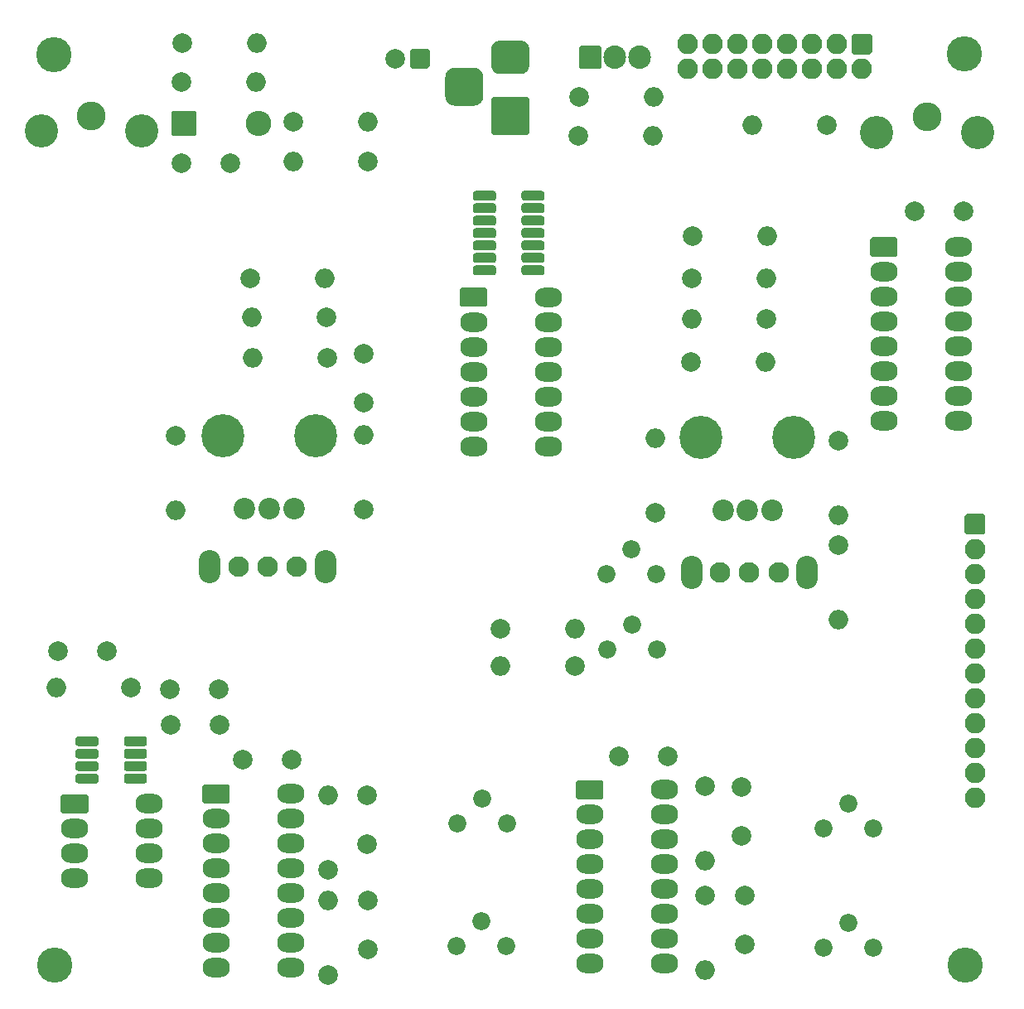
<source format=gbr>
G04 #@! TF.GenerationSoftware,KiCad,Pcbnew,5.1.10*
G04 #@! TF.CreationDate,2021-10-22T11:28:22+13:00*
G04 #@! TF.ProjectId,chroma_luma_invert,6368726f-6d61-45f6-9c75-6d615f696e76,rev?*
G04 #@! TF.SameCoordinates,Original*
G04 #@! TF.FileFunction,Soldermask,Top*
G04 #@! TF.FilePolarity,Negative*
%FSLAX46Y46*%
G04 Gerber Fmt 4.6, Leading zero omitted, Abs format (unit mm)*
G04 Created by KiCad (PCBNEW 5.1.10) date 2021-10-22 11:28:22*
%MOMM*%
%LPD*%
G01*
G04 APERTURE LIST*
%ADD10C,3.600000*%
%ADD11C,2.000000*%
%ADD12O,2.600000X2.600000*%
%ADD13C,3.400000*%
%ADD14C,2.950000*%
%ADD15O,2.100000X2.100000*%
%ADD16O,2.000000X2.000000*%
%ADD17C,1.840000*%
%ADD18C,2.200000*%
%ADD19C,4.400000*%
%ADD20C,2.100000*%
%ADD21O,2.200000X3.400000*%
%ADD22O,2.800000X2.000000*%
%ADD23O,2.305000X2.400000*%
G04 APERTURE END LIST*
D10*
X201475000Y-38450000D03*
X201500000Y-131525000D03*
X108450000Y-131525000D03*
X108400000Y-38475000D03*
D11*
X126400000Y-49625000D03*
X121400000Y-49625000D03*
G36*
G01*
X146800000Y-38100000D02*
X146800000Y-39700000D01*
G75*
G02*
X146600000Y-39900000I-200000J0D01*
G01*
X145000000Y-39900000D01*
G75*
G02*
X144800000Y-39700000I0J200000D01*
G01*
X144800000Y-38100000D01*
G75*
G02*
X145000000Y-37900000I200000J0D01*
G01*
X146600000Y-37900000D01*
G75*
G02*
X146800000Y-38100000I0J-200000D01*
G01*
G37*
X143300000Y-38900000D03*
X196320000Y-54530000D03*
X201320000Y-54530000D03*
X171140000Y-110180000D03*
X166140000Y-110180000D03*
X127720000Y-110530000D03*
X132720000Y-110530000D03*
X120310000Y-106970000D03*
X125310000Y-106970000D03*
X140010000Y-74020000D03*
X140010000Y-69020000D03*
X108825000Y-99450000D03*
X113825000Y-99450000D03*
X125275000Y-103375000D03*
X120275000Y-103375000D03*
X140360000Y-119210000D03*
X140360000Y-114210000D03*
X178675000Y-113325000D03*
X178675000Y-118325000D03*
X140460000Y-124970000D03*
X140460000Y-129970000D03*
X178975000Y-129425000D03*
X178975000Y-124425000D03*
G36*
G01*
X120375000Y-46625000D02*
X120375000Y-44425000D01*
G75*
G02*
X120575000Y-44225000I200000J0D01*
G01*
X122775000Y-44225000D01*
G75*
G02*
X122975000Y-44425000I0J-200000D01*
G01*
X122975000Y-46625000D01*
G75*
G02*
X122775000Y-46825000I-200000J0D01*
G01*
X120575000Y-46825000D01*
G75*
G02*
X120375000Y-46625000I0J200000D01*
G01*
G37*
D12*
X129295000Y-45525000D03*
G36*
G01*
X153280000Y-42820000D02*
X156780000Y-42820000D01*
G75*
G02*
X156980000Y-43020000I0J-200000D01*
G01*
X156980000Y-46520000D01*
G75*
G02*
X156780000Y-46720000I-200000J0D01*
G01*
X153280000Y-46720000D01*
G75*
G02*
X153080000Y-46520000I0J200000D01*
G01*
X153080000Y-43020000D01*
G75*
G02*
X153280000Y-42820000I200000J0D01*
G01*
G37*
G36*
G01*
X153930000Y-37070000D02*
X156130000Y-37070000D01*
G75*
G02*
X156980000Y-37920000I0J-850000D01*
G01*
X156980000Y-39620000D01*
G75*
G02*
X156130000Y-40470000I-850000J0D01*
G01*
X153930000Y-40470000D01*
G75*
G02*
X153080000Y-39620000I0J850000D01*
G01*
X153080000Y-37920000D01*
G75*
G02*
X153930000Y-37070000I850000J0D01*
G01*
G37*
G36*
G01*
X149355000Y-39820000D02*
X151305000Y-39820000D01*
G75*
G02*
X152280000Y-40795000I0J-975000D01*
G01*
X152280000Y-42745000D01*
G75*
G02*
X151305000Y-43720000I-975000J0D01*
G01*
X149355000Y-43720000D01*
G75*
G02*
X148380000Y-42745000I0J975000D01*
G01*
X148380000Y-40795000D01*
G75*
G02*
X149355000Y-39820000I975000J0D01*
G01*
G37*
D13*
X107075000Y-46325000D03*
X117375000Y-46325000D03*
D14*
X112225000Y-44725000D03*
G36*
G01*
X201470000Y-87340000D02*
X201470000Y-85640000D01*
G75*
G02*
X201670000Y-85440000I200000J0D01*
G01*
X203370000Y-85440000D01*
G75*
G02*
X203570000Y-85640000I0J-200000D01*
G01*
X203570000Y-87340000D01*
G75*
G02*
X203370000Y-87540000I-200000J0D01*
G01*
X201670000Y-87540000D01*
G75*
G02*
X201470000Y-87340000I0J200000D01*
G01*
G37*
D15*
X202520000Y-89030000D03*
X202520000Y-91570000D03*
X202520000Y-94110000D03*
X202520000Y-96650000D03*
X202520000Y-99190000D03*
X202520000Y-101730000D03*
X202520000Y-104270000D03*
X202520000Y-106810000D03*
X202520000Y-109350000D03*
X202520000Y-111890000D03*
X202520000Y-114430000D03*
D14*
X197650000Y-44875000D03*
D13*
X202800000Y-46475000D03*
X192500000Y-46475000D03*
D16*
X129095000Y-37325000D03*
D11*
X121475000Y-37325000D03*
D16*
X169645000Y-42800000D03*
D11*
X162025000Y-42800000D03*
X162000000Y-46775000D03*
D16*
X169620000Y-46775000D03*
D11*
X121425000Y-41275000D03*
D16*
X129045000Y-41275000D03*
X132860000Y-49430000D03*
D11*
X140480000Y-49430000D03*
X132825000Y-45375000D03*
D16*
X140445000Y-45375000D03*
D11*
X173660000Y-57050000D03*
D16*
X181280000Y-57050000D03*
X179770000Y-45720000D03*
D11*
X187390000Y-45720000D03*
D16*
X108655000Y-103200000D03*
D11*
X116275000Y-103200000D03*
X188560000Y-88600000D03*
D16*
X188560000Y-96220000D03*
X136400000Y-114155000D03*
D11*
X136400000Y-121775000D03*
D16*
X174925000Y-120870000D03*
D11*
X174925000Y-113250000D03*
X136425000Y-132575000D03*
D16*
X136425000Y-124955000D03*
X174950000Y-132045000D03*
D11*
X174950000Y-124425000D03*
X161675000Y-100950000D03*
D16*
X154055000Y-100950000D03*
D11*
X154050000Y-97210000D03*
D16*
X161670000Y-97210000D03*
X188575000Y-85545000D03*
D11*
X188575000Y-77925000D03*
X169850000Y-85300000D03*
D16*
X169850000Y-77680000D03*
D11*
X173500000Y-69920000D03*
D16*
X181120000Y-69920000D03*
D11*
X140025000Y-85000000D03*
D16*
X140025000Y-77380000D03*
X120850000Y-85095000D03*
D11*
X120850000Y-77475000D03*
D16*
X128580000Y-65350000D03*
D11*
X136200000Y-65350000D03*
X181200000Y-65540000D03*
D16*
X173580000Y-65540000D03*
D11*
X128480000Y-61370000D03*
D16*
X136100000Y-61370000D03*
X181230000Y-61370000D03*
D11*
X173610000Y-61370000D03*
D16*
X128680000Y-69450000D03*
D11*
X136300000Y-69450000D03*
D17*
X154675000Y-117025000D03*
X152135000Y-114485000D03*
X149595000Y-117025000D03*
X192100000Y-117575000D03*
X189560000Y-115035000D03*
X187020000Y-117575000D03*
X149495000Y-129600000D03*
X152035000Y-127060000D03*
X154575000Y-129600000D03*
X192100000Y-129750000D03*
X189560000Y-127210000D03*
X187020000Y-129750000D03*
X164970000Y-99275000D03*
X167510000Y-96735000D03*
X170050000Y-99275000D03*
D18*
X176775000Y-85075000D03*
X179275000Y-85075000D03*
X181775000Y-85075000D03*
D19*
X174525000Y-77575000D03*
X184025000Y-77575000D03*
X135150000Y-77400000D03*
X125650000Y-77400000D03*
D18*
X132900000Y-84900000D03*
X130400000Y-84900000D03*
X127900000Y-84900000D03*
D17*
X164895000Y-91600000D03*
X167435000Y-89060000D03*
X169975000Y-91600000D03*
D20*
X182450000Y-91425000D03*
X179450000Y-91425000D03*
X176450000Y-91425000D03*
D21*
X173550000Y-91375000D03*
X185350000Y-91375000D03*
X136125000Y-90800000D03*
X124325000Y-90800000D03*
D20*
X127225000Y-90850000D03*
X130225000Y-90850000D03*
X133225000Y-90850000D03*
G36*
G01*
X153575000Y-60285000D02*
X153575000Y-60785000D01*
G75*
G02*
X153325000Y-61035000I-250000J0D01*
G01*
X151475000Y-61035000D01*
G75*
G02*
X151225000Y-60785000I0J250000D01*
G01*
X151225000Y-60285000D01*
G75*
G02*
X151475000Y-60035000I250000J0D01*
G01*
X153325000Y-60035000D01*
G75*
G02*
X153575000Y-60285000I0J-250000D01*
G01*
G37*
G36*
G01*
X153575000Y-59015000D02*
X153575000Y-59515000D01*
G75*
G02*
X153325000Y-59765000I-250000J0D01*
G01*
X151475000Y-59765000D01*
G75*
G02*
X151225000Y-59515000I0J250000D01*
G01*
X151225000Y-59015000D01*
G75*
G02*
X151475000Y-58765000I250000J0D01*
G01*
X153325000Y-58765000D01*
G75*
G02*
X153575000Y-59015000I0J-250000D01*
G01*
G37*
G36*
G01*
X153575000Y-57745000D02*
X153575000Y-58245000D01*
G75*
G02*
X153325000Y-58495000I-250000J0D01*
G01*
X151475000Y-58495000D01*
G75*
G02*
X151225000Y-58245000I0J250000D01*
G01*
X151225000Y-57745000D01*
G75*
G02*
X151475000Y-57495000I250000J0D01*
G01*
X153325000Y-57495000D01*
G75*
G02*
X153575000Y-57745000I0J-250000D01*
G01*
G37*
G36*
G01*
X153575000Y-56475000D02*
X153575000Y-56975000D01*
G75*
G02*
X153325000Y-57225000I-250000J0D01*
G01*
X151475000Y-57225000D01*
G75*
G02*
X151225000Y-56975000I0J250000D01*
G01*
X151225000Y-56475000D01*
G75*
G02*
X151475000Y-56225000I250000J0D01*
G01*
X153325000Y-56225000D01*
G75*
G02*
X153575000Y-56475000I0J-250000D01*
G01*
G37*
G36*
G01*
X153575000Y-55205000D02*
X153575000Y-55705000D01*
G75*
G02*
X153325000Y-55955000I-250000J0D01*
G01*
X151475000Y-55955000D01*
G75*
G02*
X151225000Y-55705000I0J250000D01*
G01*
X151225000Y-55205000D01*
G75*
G02*
X151475000Y-54955000I250000J0D01*
G01*
X153325000Y-54955000D01*
G75*
G02*
X153575000Y-55205000I0J-250000D01*
G01*
G37*
G36*
G01*
X153575000Y-53935000D02*
X153575000Y-54435000D01*
G75*
G02*
X153325000Y-54685000I-250000J0D01*
G01*
X151475000Y-54685000D01*
G75*
G02*
X151225000Y-54435000I0J250000D01*
G01*
X151225000Y-53935000D01*
G75*
G02*
X151475000Y-53685000I250000J0D01*
G01*
X153325000Y-53685000D01*
G75*
G02*
X153575000Y-53935000I0J-250000D01*
G01*
G37*
G36*
G01*
X153575000Y-52665000D02*
X153575000Y-53165000D01*
G75*
G02*
X153325000Y-53415000I-250000J0D01*
G01*
X151475000Y-53415000D01*
G75*
G02*
X151225000Y-53165000I0J250000D01*
G01*
X151225000Y-52665000D01*
G75*
G02*
X151475000Y-52415000I250000J0D01*
G01*
X153325000Y-52415000D01*
G75*
G02*
X153575000Y-52665000I0J-250000D01*
G01*
G37*
G36*
G01*
X158525000Y-52665000D02*
X158525000Y-53165000D01*
G75*
G02*
X158275000Y-53415000I-250000J0D01*
G01*
X156425000Y-53415000D01*
G75*
G02*
X156175000Y-53165000I0J250000D01*
G01*
X156175000Y-52665000D01*
G75*
G02*
X156425000Y-52415000I250000J0D01*
G01*
X158275000Y-52415000D01*
G75*
G02*
X158525000Y-52665000I0J-250000D01*
G01*
G37*
G36*
G01*
X158525000Y-53935000D02*
X158525000Y-54435000D01*
G75*
G02*
X158275000Y-54685000I-250000J0D01*
G01*
X156425000Y-54685000D01*
G75*
G02*
X156175000Y-54435000I0J250000D01*
G01*
X156175000Y-53935000D01*
G75*
G02*
X156425000Y-53685000I250000J0D01*
G01*
X158275000Y-53685000D01*
G75*
G02*
X158525000Y-53935000I0J-250000D01*
G01*
G37*
G36*
G01*
X158525000Y-55205000D02*
X158525000Y-55705000D01*
G75*
G02*
X158275000Y-55955000I-250000J0D01*
G01*
X156425000Y-55955000D01*
G75*
G02*
X156175000Y-55705000I0J250000D01*
G01*
X156175000Y-55205000D01*
G75*
G02*
X156425000Y-54955000I250000J0D01*
G01*
X158275000Y-54955000D01*
G75*
G02*
X158525000Y-55205000I0J-250000D01*
G01*
G37*
G36*
G01*
X158525000Y-56475000D02*
X158525000Y-56975000D01*
G75*
G02*
X158275000Y-57225000I-250000J0D01*
G01*
X156425000Y-57225000D01*
G75*
G02*
X156175000Y-56975000I0J250000D01*
G01*
X156175000Y-56475000D01*
G75*
G02*
X156425000Y-56225000I250000J0D01*
G01*
X158275000Y-56225000D01*
G75*
G02*
X158525000Y-56475000I0J-250000D01*
G01*
G37*
G36*
G01*
X158525000Y-57745000D02*
X158525000Y-58245000D01*
G75*
G02*
X158275000Y-58495000I-250000J0D01*
G01*
X156425000Y-58495000D01*
G75*
G02*
X156175000Y-58245000I0J250000D01*
G01*
X156175000Y-57745000D01*
G75*
G02*
X156425000Y-57495000I250000J0D01*
G01*
X158275000Y-57495000D01*
G75*
G02*
X158525000Y-57745000I0J-250000D01*
G01*
G37*
G36*
G01*
X158525000Y-59015000D02*
X158525000Y-59515000D01*
G75*
G02*
X158275000Y-59765000I-250000J0D01*
G01*
X156425000Y-59765000D01*
G75*
G02*
X156175000Y-59515000I0J250000D01*
G01*
X156175000Y-59015000D01*
G75*
G02*
X156425000Y-58765000I250000J0D01*
G01*
X158275000Y-58765000D01*
G75*
G02*
X158525000Y-59015000I0J-250000D01*
G01*
G37*
G36*
G01*
X158525000Y-60285000D02*
X158525000Y-60785000D01*
G75*
G02*
X158275000Y-61035000I-250000J0D01*
G01*
X156425000Y-61035000D01*
G75*
G02*
X156175000Y-60785000I0J250000D01*
G01*
X156175000Y-60285000D01*
G75*
G02*
X156425000Y-60035000I250000J0D01*
G01*
X158275000Y-60035000D01*
G75*
G02*
X158525000Y-60285000I0J-250000D01*
G01*
G37*
D22*
X158895000Y-63275000D03*
X151275000Y-78515000D03*
X158895000Y-65815000D03*
X151275000Y-75975000D03*
X158895000Y-68355000D03*
X151275000Y-73435000D03*
X158895000Y-70895000D03*
X151275000Y-70895000D03*
X158895000Y-73435000D03*
X151275000Y-68355000D03*
X158895000Y-75975000D03*
X151275000Y-65815000D03*
X158895000Y-78515000D03*
G36*
G01*
X149875000Y-64075000D02*
X149875000Y-62475000D01*
G75*
G02*
X150075000Y-62275000I200000J0D01*
G01*
X152475000Y-62275000D01*
G75*
G02*
X152675000Y-62475000I0J-200000D01*
G01*
X152675000Y-64075000D01*
G75*
G02*
X152475000Y-64275000I-200000J0D01*
G01*
X150075000Y-64275000D01*
G75*
G02*
X149875000Y-64075000I0J200000D01*
G01*
G37*
G36*
G01*
X162047500Y-39775000D02*
X162047500Y-37775000D01*
G75*
G02*
X162247500Y-37575000I200000J0D01*
G01*
X164152500Y-37575000D01*
G75*
G02*
X164352500Y-37775000I0J-200000D01*
G01*
X164352500Y-39775000D01*
G75*
G02*
X164152500Y-39975000I-200000J0D01*
G01*
X162247500Y-39975000D01*
G75*
G02*
X162047500Y-39775000I0J200000D01*
G01*
G37*
D23*
X165740000Y-38775000D03*
X168280000Y-38775000D03*
D22*
X200830000Y-58160000D03*
X193210000Y-75940000D03*
X200830000Y-60700000D03*
X193210000Y-73400000D03*
X200830000Y-63240000D03*
X193210000Y-70860000D03*
X200830000Y-65780000D03*
X193210000Y-68320000D03*
X200830000Y-68320000D03*
X193210000Y-65780000D03*
X200830000Y-70860000D03*
X193210000Y-63240000D03*
X200830000Y-73400000D03*
X193210000Y-60700000D03*
X200830000Y-75940000D03*
G36*
G01*
X191810000Y-58960000D02*
X191810000Y-57360000D01*
G75*
G02*
X192010000Y-57160000I200000J0D01*
G01*
X194410000Y-57160000D01*
G75*
G02*
X194610000Y-57360000I0J-200000D01*
G01*
X194610000Y-58960000D01*
G75*
G02*
X194410000Y-59160000I-200000J0D01*
G01*
X192010000Y-59160000D01*
G75*
G02*
X191810000Y-58960000I0J200000D01*
G01*
G37*
G36*
G01*
X123550000Y-114850000D02*
X123550000Y-113250000D01*
G75*
G02*
X123750000Y-113050000I200000J0D01*
G01*
X126150000Y-113050000D01*
G75*
G02*
X126350000Y-113250000I0J-200000D01*
G01*
X126350000Y-114850000D01*
G75*
G02*
X126150000Y-115050000I-200000J0D01*
G01*
X123750000Y-115050000D01*
G75*
G02*
X123550000Y-114850000I0J200000D01*
G01*
G37*
X132570000Y-131830000D03*
X124950000Y-116590000D03*
X132570000Y-129290000D03*
X124950000Y-119130000D03*
X132570000Y-126750000D03*
X124950000Y-121670000D03*
X132570000Y-124210000D03*
X124950000Y-124210000D03*
X132570000Y-121670000D03*
X124950000Y-126750000D03*
X132570000Y-119130000D03*
X124950000Y-129290000D03*
X132570000Y-116590000D03*
X124950000Y-131830000D03*
X132570000Y-114050000D03*
G36*
G01*
X161750000Y-114425000D02*
X161750000Y-112825000D01*
G75*
G02*
X161950000Y-112625000I200000J0D01*
G01*
X164350000Y-112625000D01*
G75*
G02*
X164550000Y-112825000I0J-200000D01*
G01*
X164550000Y-114425000D01*
G75*
G02*
X164350000Y-114625000I-200000J0D01*
G01*
X161950000Y-114625000D01*
G75*
G02*
X161750000Y-114425000I0J200000D01*
G01*
G37*
X170770000Y-131405000D03*
X163150000Y-116165000D03*
X170770000Y-128865000D03*
X163150000Y-118705000D03*
X170770000Y-126325000D03*
X163150000Y-121245000D03*
X170770000Y-123785000D03*
X163150000Y-123785000D03*
X170770000Y-121245000D03*
X163150000Y-126325000D03*
X170770000Y-118705000D03*
X163150000Y-128865000D03*
X170770000Y-116165000D03*
X163150000Y-131405000D03*
X170770000Y-113625000D03*
G36*
G01*
X109100000Y-115875000D02*
X109100000Y-114275000D01*
G75*
G02*
X109300000Y-114075000I200000J0D01*
G01*
X111700000Y-114075000D01*
G75*
G02*
X111900000Y-114275000I0J-200000D01*
G01*
X111900000Y-115875000D01*
G75*
G02*
X111700000Y-116075000I-200000J0D01*
G01*
X109300000Y-116075000D01*
G75*
G02*
X109100000Y-115875000I0J200000D01*
G01*
G37*
X118120000Y-122695000D03*
X110500000Y-117615000D03*
X118120000Y-120155000D03*
X110500000Y-120155000D03*
X118120000Y-117615000D03*
X110500000Y-122695000D03*
X118120000Y-115075000D03*
G36*
G01*
X117900000Y-112230000D02*
X117900000Y-112730000D01*
G75*
G02*
X117650000Y-112980000I-250000J0D01*
G01*
X115800000Y-112980000D01*
G75*
G02*
X115550000Y-112730000I0J250000D01*
G01*
X115550000Y-112230000D01*
G75*
G02*
X115800000Y-111980000I250000J0D01*
G01*
X117650000Y-111980000D01*
G75*
G02*
X117900000Y-112230000I0J-250000D01*
G01*
G37*
G36*
G01*
X117900000Y-110960000D02*
X117900000Y-111460000D01*
G75*
G02*
X117650000Y-111710000I-250000J0D01*
G01*
X115800000Y-111710000D01*
G75*
G02*
X115550000Y-111460000I0J250000D01*
G01*
X115550000Y-110960000D01*
G75*
G02*
X115800000Y-110710000I250000J0D01*
G01*
X117650000Y-110710000D01*
G75*
G02*
X117900000Y-110960000I0J-250000D01*
G01*
G37*
G36*
G01*
X117900000Y-109690000D02*
X117900000Y-110190000D01*
G75*
G02*
X117650000Y-110440000I-250000J0D01*
G01*
X115800000Y-110440000D01*
G75*
G02*
X115550000Y-110190000I0J250000D01*
G01*
X115550000Y-109690000D01*
G75*
G02*
X115800000Y-109440000I250000J0D01*
G01*
X117650000Y-109440000D01*
G75*
G02*
X117900000Y-109690000I0J-250000D01*
G01*
G37*
G36*
G01*
X117900000Y-108420000D02*
X117900000Y-108920000D01*
G75*
G02*
X117650000Y-109170000I-250000J0D01*
G01*
X115800000Y-109170000D01*
G75*
G02*
X115550000Y-108920000I0J250000D01*
G01*
X115550000Y-108420000D01*
G75*
G02*
X115800000Y-108170000I250000J0D01*
G01*
X117650000Y-108170000D01*
G75*
G02*
X117900000Y-108420000I0J-250000D01*
G01*
G37*
G36*
G01*
X112950000Y-108420000D02*
X112950000Y-108920000D01*
G75*
G02*
X112700000Y-109170000I-250000J0D01*
G01*
X110850000Y-109170000D01*
G75*
G02*
X110600000Y-108920000I0J250000D01*
G01*
X110600000Y-108420000D01*
G75*
G02*
X110850000Y-108170000I250000J0D01*
G01*
X112700000Y-108170000D01*
G75*
G02*
X112950000Y-108420000I0J-250000D01*
G01*
G37*
G36*
G01*
X112950000Y-109690000D02*
X112950000Y-110190000D01*
G75*
G02*
X112700000Y-110440000I-250000J0D01*
G01*
X110850000Y-110440000D01*
G75*
G02*
X110600000Y-110190000I0J250000D01*
G01*
X110600000Y-109690000D01*
G75*
G02*
X110850000Y-109440000I250000J0D01*
G01*
X112700000Y-109440000D01*
G75*
G02*
X112950000Y-109690000I0J-250000D01*
G01*
G37*
G36*
G01*
X112950000Y-110960000D02*
X112950000Y-111460000D01*
G75*
G02*
X112700000Y-111710000I-250000J0D01*
G01*
X110850000Y-111710000D01*
G75*
G02*
X110600000Y-111460000I0J250000D01*
G01*
X110600000Y-110960000D01*
G75*
G02*
X110850000Y-110710000I250000J0D01*
G01*
X112700000Y-110710000D01*
G75*
G02*
X112950000Y-110960000I0J-250000D01*
G01*
G37*
G36*
G01*
X112950000Y-112230000D02*
X112950000Y-112730000D01*
G75*
G02*
X112700000Y-112980000I-250000J0D01*
G01*
X110850000Y-112980000D01*
G75*
G02*
X110600000Y-112730000I0J250000D01*
G01*
X110600000Y-112230000D01*
G75*
G02*
X110850000Y-111980000I250000J0D01*
G01*
X112700000Y-111980000D01*
G75*
G02*
X112950000Y-112230000I0J-250000D01*
G01*
G37*
G36*
G01*
X190110000Y-36360000D02*
X191810000Y-36360000D01*
G75*
G02*
X192010000Y-36560000I0J-200000D01*
G01*
X192010000Y-38260000D01*
G75*
G02*
X191810000Y-38460000I-200000J0D01*
G01*
X190110000Y-38460000D01*
G75*
G02*
X189910000Y-38260000I0J200000D01*
G01*
X189910000Y-36560000D01*
G75*
G02*
X190110000Y-36360000I200000J0D01*
G01*
G37*
D15*
X190960000Y-39950000D03*
X188420000Y-37410000D03*
X188420000Y-39950000D03*
X185880000Y-37410000D03*
X185880000Y-39950000D03*
X183340000Y-37410000D03*
X183340000Y-39950000D03*
X180800000Y-37410000D03*
X180800000Y-39950000D03*
X178260000Y-37410000D03*
X178260000Y-39950000D03*
X175720000Y-37410000D03*
X175720000Y-39950000D03*
X173180000Y-37410000D03*
X173180000Y-39950000D03*
M02*

</source>
